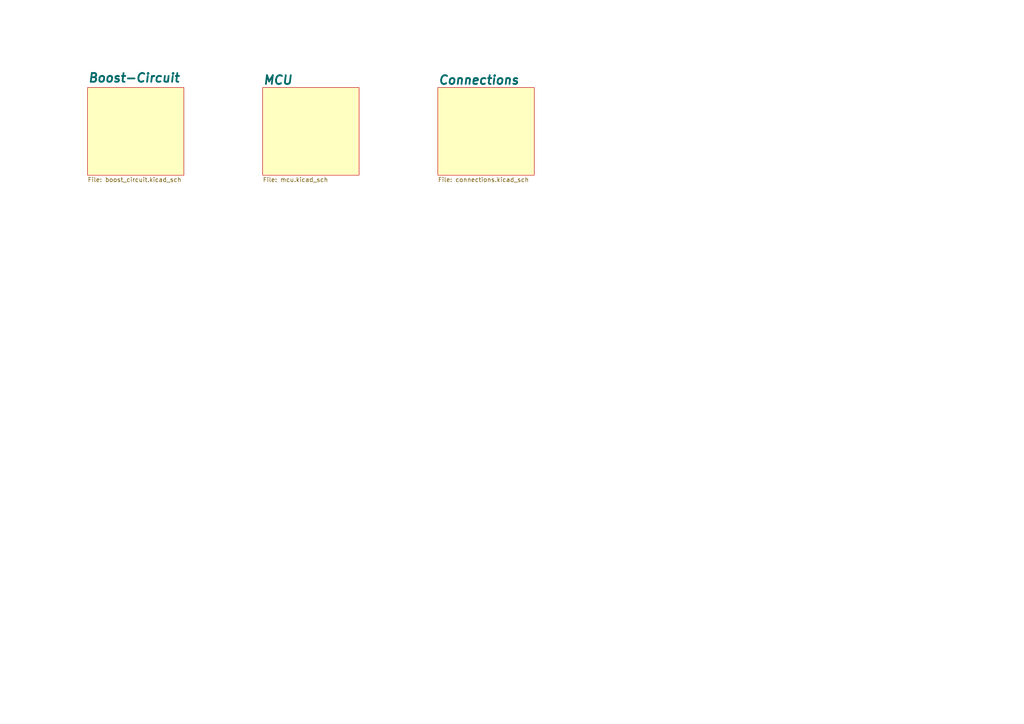
<source format=kicad_sch>
(kicad_sch
	(version 20231120)
	(generator "eeschema")
	(generator_version "8.0")
	(uuid "892bc44b-f7f8-4677-bf53-06d5523b6450")
	(paper "A4")
	(title_block
		(title "DC-DC-Converter Root Page")
		(rev "V1")
		(company "EcoCar")
		(comment 1 "Designed by: Nicholas semmens")
	)
	(lib_symbols)
	(sheet
		(at 127 25.4)
		(size 27.94 25.4)
		(fields_autoplaced yes)
		(stroke
			(width 0.1524)
			(type solid)
			(color 194 0 0 1)
		)
		(fill
			(color 255 255 194 1.0000)
		)
		(uuid "6b26cbf5-f530-462e-8f92-da934dea1f86")
		(property "Sheetname" "Connections"
			(at 127 24.6884 0)
			(effects
				(font
					(size 2.54 2.54)
					(bold yes)
					(italic yes)
				)
				(justify left bottom)
			)
		)
		(property "Sheetfile" "connections.kicad_sch"
			(at 127 51.3846 0)
			(effects
				(font
					(size 1.27 1.27)
				)
				(justify left top)
			)
		)
		(instances
			(project "DC-DC-Boost-V1"
				(path "/892bc44b-f7f8-4677-bf53-06d5523b6450"
					(page "4")
				)
			)
		)
	)
	(sheet
		(at 76.2 25.4)
		(size 27.94 25.4)
		(fields_autoplaced yes)
		(stroke
			(width 0.1524)
			(type solid)
			(color 194 0 0 1)
		)
		(fill
			(color 255 255 194 1.0000)
		)
		(uuid "6b6dff4b-35e7-4502-aee4-850c05739898")
		(property "Sheetname" "MCU"
			(at 76.2 24.6884 0)
			(effects
				(font
					(size 2.54 2.54)
					(bold yes)
					(italic yes)
				)
				(justify left bottom)
			)
		)
		(property "Sheetfile" "mcu.kicad_sch"
			(at 76.2 51.3846 0)
			(effects
				(font
					(size 1.27 1.27)
				)
				(justify left top)
			)
		)
		(instances
			(project "DC-DC-Boost-V1"
				(path "/892bc44b-f7f8-4677-bf53-06d5523b6450"
					(page "3")
				)
			)
		)
	)
	(sheet
		(at 25.4 25.4)
		(size 27.94 25.4)
		(fields_autoplaced yes)
		(stroke
			(width 0.1524)
			(type solid)
			(color 194 0 0 1)
		)
		(fill
			(color 255 255 194 1.0000)
		)
		(uuid "e30954a2-53b6-442e-9cf6-48fe6ffee1b3")
		(property "Sheetname" "Boost-Circuit"
			(at 25.4 24.0534 0)
			(effects
				(font
					(size 2.54 2.54)
					(bold yes)
					(italic yes)
				)
				(justify left bottom)
			)
		)
		(property "Sheetfile" "boost_circuit.kicad_sch"
			(at 25.4 51.3846 0)
			(effects
				(font
					(size 1.27 1.27)
				)
				(justify left top)
			)
		)
		(instances
			(project "DC-DC-Boost-V1"
				(path "/892bc44b-f7f8-4677-bf53-06d5523b6450"
					(page "2")
				)
			)
		)
	)
	(sheet_instances
		(path "/"
			(page "1")
		)
	)
)

</source>
